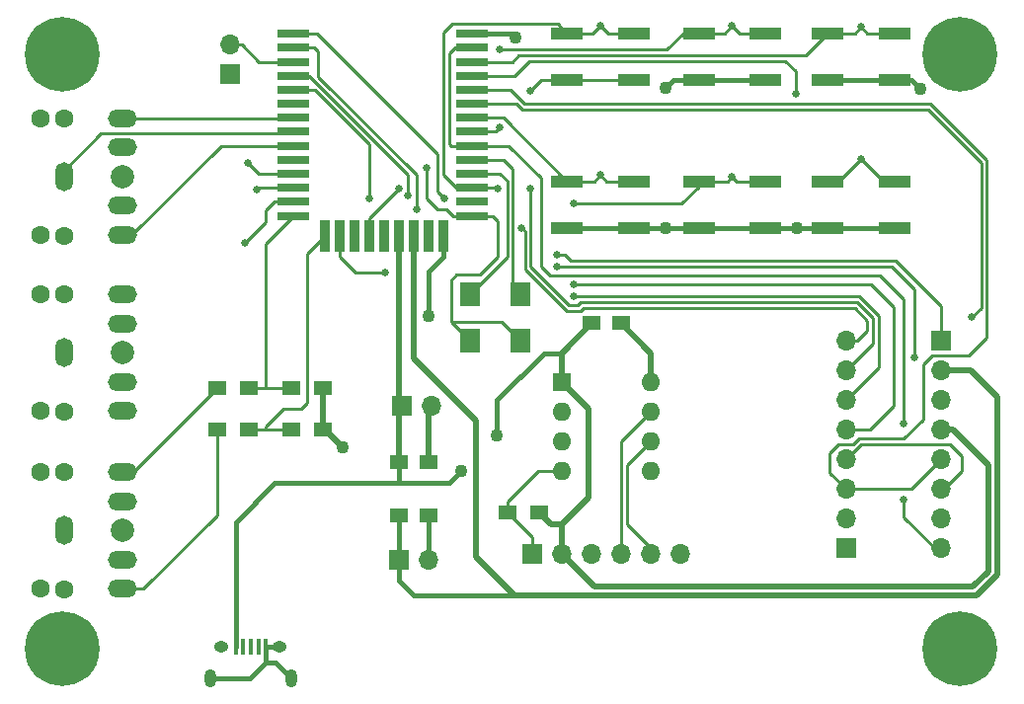
<source format=gbr>
G04 #@! TF.FileFunction,Copper,L1,Top,Signal*
%FSLAX46Y46*%
G04 Gerber Fmt 4.6, Leading zero omitted, Abs format (unit mm)*
G04 Created by KiCad (PCBNEW 4.0.6) date Wednesday, April 11, 2018 'PMt' 08:09:55 PM*
%MOMM*%
%LPD*%
G01*
G04 APERTURE LIST*
%ADD10C,0.100000*%
%ADD11R,2.750000X1.000000*%
%ADD12C,6.400000*%
%ADD13O,1.500000X2.500000*%
%ADD14O,2.500000X1.500000*%
%ADD15C,2.000000*%
%ADD16C,1.600000*%
%ADD17R,0.850000X2.700000*%
%ADD18R,2.700000X0.760000*%
%ADD19R,1.500000X1.250000*%
%ADD20R,1.700000X1.700000*%
%ADD21O,1.700000X1.700000*%
%ADD22R,0.400000X1.350000*%
%ADD23O,1.250000X0.950000*%
%ADD24O,1.000000X1.550000*%
%ADD25R,1.500000X1.300000*%
%ADD26R,1.600000X1.600000*%
%ADD27O,1.600000X1.600000*%
%ADD28R,1.700000X2.000000*%
%ADD29C,1.100000*%
%ADD30C,0.654000*%
%ADD31C,0.381000*%
%ADD32C,0.508000*%
%ADD33C,0.254000*%
G04 APERTURE END LIST*
D10*
D11*
X183307000Y-74200000D03*
X189057000Y-74200000D03*
X189057000Y-78200000D03*
X183307000Y-78200000D03*
D12*
X217000000Y-76000000D03*
D13*
X140208000Y-86487000D03*
D14*
X145208000Y-81487000D03*
X145208000Y-83987000D03*
X145208000Y-88987000D03*
X145208000Y-91487000D03*
D15*
X145208000Y-86487000D03*
D16*
X140208000Y-91567000D03*
X138208000Y-91487000D03*
X138208000Y-81487000D03*
X140208000Y-81487000D03*
D12*
X140000000Y-76000000D03*
X140000000Y-127000000D03*
D17*
X172720000Y-91590000D03*
X167640000Y-91590000D03*
X168910000Y-91590000D03*
X171450000Y-91590000D03*
X170180000Y-91590000D03*
X165100000Y-91590000D03*
X166370000Y-91590000D03*
X163830000Y-91590000D03*
X162560000Y-91590000D03*
D18*
X175170000Y-89840000D03*
X175170000Y-88640000D03*
X175170000Y-87440000D03*
X175170000Y-86240000D03*
X175170000Y-81440000D03*
X175170000Y-82640000D03*
X175170000Y-83840000D03*
X175170000Y-85040000D03*
X175170000Y-77840000D03*
X175170000Y-76640000D03*
X175170000Y-75440000D03*
X175170000Y-74240000D03*
X175170000Y-79040000D03*
X175170000Y-80240000D03*
X159870000Y-80240000D03*
X159870000Y-79040000D03*
X159870000Y-74240000D03*
X159870000Y-75440000D03*
X159870000Y-76640000D03*
X159870000Y-77840000D03*
X159870000Y-85040000D03*
X159870000Y-83840000D03*
X159870000Y-82640000D03*
X159870000Y-81440000D03*
X159870000Y-86240000D03*
X159870000Y-87440000D03*
X159870000Y-88640000D03*
X159870000Y-89840000D03*
D19*
X168930000Y-115570000D03*
X171430000Y-115570000D03*
X168930000Y-110998000D03*
X171430000Y-110998000D03*
X185440000Y-99060000D03*
X187940000Y-99060000D03*
D20*
X168910000Y-119380000D03*
D21*
X171450000Y-119380000D03*
D20*
X169164000Y-106172000D03*
D21*
X171704000Y-106172000D03*
D22*
X154910000Y-126793000D03*
X155560000Y-126793000D03*
X156210000Y-126793000D03*
X156860000Y-126793000D03*
X157510000Y-126793000D03*
D23*
X153710000Y-126793000D03*
X158710000Y-126793000D03*
D24*
X152710000Y-129493000D03*
X159710000Y-129493000D03*
D20*
X180340000Y-118872000D03*
D21*
X182880000Y-118872000D03*
X185420000Y-118872000D03*
X187960000Y-118872000D03*
X190500000Y-118872000D03*
X193040000Y-118872000D03*
D20*
X207264000Y-118364000D03*
D21*
X207264000Y-115824000D03*
X207264000Y-113284000D03*
X207264000Y-110744000D03*
X207264000Y-108204000D03*
X207264000Y-105664000D03*
X207264000Y-103124000D03*
X207264000Y-100584000D03*
D20*
X215392000Y-100584000D03*
D21*
X215392000Y-103124000D03*
X215392000Y-105664000D03*
X215392000Y-108204000D03*
X215392000Y-110744000D03*
X215392000Y-113284000D03*
X215392000Y-115824000D03*
X215392000Y-118364000D03*
D25*
X153336000Y-108204000D03*
X156036000Y-108204000D03*
X153336000Y-104648000D03*
X156036000Y-104648000D03*
X159686000Y-104648000D03*
X162386000Y-104648000D03*
X162386000Y-108204000D03*
X159686000Y-108204000D03*
D11*
X194610000Y-74200000D03*
X200360000Y-74200000D03*
X200360000Y-78200000D03*
X194610000Y-78200000D03*
X183307000Y-86900000D03*
X189057000Y-86900000D03*
X189057000Y-90900000D03*
X183307000Y-90900000D03*
X194610000Y-86900000D03*
X200360000Y-86900000D03*
X200360000Y-90900000D03*
X194610000Y-90900000D03*
X205659000Y-86900000D03*
X211409000Y-86900000D03*
X211409000Y-90900000D03*
X205659000Y-90900000D03*
X205659000Y-74200000D03*
X211409000Y-74200000D03*
X211409000Y-78200000D03*
X205659000Y-78200000D03*
D26*
X182880000Y-104140000D03*
D27*
X190500000Y-111760000D03*
X182880000Y-106680000D03*
X190500000Y-109220000D03*
X182880000Y-109220000D03*
X190500000Y-106680000D03*
X182880000Y-111760000D03*
X190500000Y-104140000D03*
D25*
X178228000Y-115316000D03*
X180928000Y-115316000D03*
D28*
X179324000Y-96552000D03*
X179324000Y-100552000D03*
X175006000Y-96552000D03*
X175006000Y-100552000D03*
D13*
X140208000Y-101600000D03*
D14*
X145208000Y-96600000D03*
X145208000Y-99100000D03*
X145208000Y-104100000D03*
X145208000Y-106600000D03*
D15*
X145208000Y-101600000D03*
D16*
X140208000Y-106680000D03*
X138208000Y-106600000D03*
X138208000Y-96600000D03*
X140208000Y-96600000D03*
D13*
X140208000Y-116840000D03*
D14*
X145208000Y-111840000D03*
X145208000Y-114340000D03*
X145208000Y-119340000D03*
X145208000Y-121840000D03*
D15*
X145208000Y-116840000D03*
D16*
X140208000Y-121920000D03*
X138208000Y-121840000D03*
X138208000Y-111840000D03*
X140208000Y-111840000D03*
D20*
X154432000Y-77724000D03*
D21*
X154432000Y-75184000D03*
D12*
X217000000Y-127000000D03*
D29*
X171450000Y-98425000D03*
X178943000Y-74549000D03*
X191770000Y-78867000D03*
X213614000Y-78994000D03*
X203073000Y-90932000D03*
X191770000Y-90932000D03*
X164084000Y-109728000D03*
X177292000Y-108712000D03*
X174244000Y-111760000D03*
D30*
X156718000Y-87630000D03*
X155956000Y-85344000D03*
X155702000Y-92202000D03*
X197485000Y-73533000D03*
X177546000Y-75565000D03*
X177546000Y-82296000D03*
X186182000Y-86360000D03*
X197485000Y-86487000D03*
X183896000Y-88773000D03*
X168910000Y-87503000D03*
X208534000Y-84963000D03*
X202946000Y-79375000D03*
X208534000Y-73660000D03*
X218059000Y-98552000D03*
X167767000Y-94742000D03*
X183896000Y-95758000D03*
X183896000Y-96774000D03*
X166370000Y-88392000D03*
X186182000Y-73533000D03*
X180213000Y-87503000D03*
X177419000Y-87503000D03*
X172847000Y-88392000D03*
X179451000Y-90932000D03*
X169672000Y-88138000D03*
X182499000Y-93218000D03*
X213106000Y-101981000D03*
X182499000Y-94234000D03*
X170434000Y-89281000D03*
X212217000Y-114173000D03*
X212217000Y-107696000D03*
X180213000Y-79121000D03*
X171323000Y-85725000D03*
D31*
X168910000Y-119380000D02*
X168910000Y-121158000D01*
X170180000Y-122428000D02*
X178816000Y-122428000D01*
X168910000Y-121158000D02*
X170180000Y-122428000D01*
X168910000Y-119380000D02*
X168910000Y-115590000D01*
X168910000Y-115590000D02*
X168930000Y-115570000D01*
D32*
X170180000Y-91590000D02*
X170180000Y-102108000D01*
X175514000Y-107442000D02*
X175514000Y-119126000D01*
X175514000Y-119126000D02*
X178816000Y-122428000D01*
X170180000Y-102108000D02*
X175514000Y-107442000D01*
X215392000Y-103124000D02*
X217932000Y-103124000D01*
X220218000Y-105410000D02*
X220218000Y-120650000D01*
X220218000Y-120650000D02*
X218440000Y-122428000D01*
X218440000Y-122428000D02*
X178816000Y-122428000D01*
X217932000Y-103124000D02*
X220218000Y-105410000D01*
D31*
X172720000Y-91590000D02*
X172720000Y-93345000D01*
X171450000Y-94615000D02*
X171450000Y-98425000D01*
X172720000Y-93345000D02*
X171450000Y-94615000D01*
X175170000Y-74240000D02*
X178634000Y-74240000D01*
X178634000Y-74240000D02*
X178943000Y-74549000D01*
X171450000Y-119380000D02*
X171450000Y-115590000D01*
X171450000Y-115590000D02*
X171430000Y-115570000D01*
X194610000Y-78200000D02*
X192437000Y-78200000D01*
X192437000Y-78200000D02*
X191770000Y-78867000D01*
X194610000Y-78200000D02*
X200360000Y-78200000D01*
X205659000Y-78200000D02*
X211409000Y-78200000D01*
X211409000Y-78200000D02*
X211441000Y-78232000D01*
X211441000Y-78232000D02*
X212852000Y-78232000D01*
X212852000Y-78232000D02*
X213614000Y-78994000D01*
X211409000Y-90900000D02*
X205659000Y-90900000D01*
X205659000Y-90900000D02*
X205627000Y-90932000D01*
X205627000Y-90932000D02*
X203073000Y-90932000D01*
X200360000Y-90900000D02*
X203041000Y-90900000D01*
X203041000Y-90900000D02*
X203073000Y-90932000D01*
X200360000Y-90900000D02*
X194610000Y-90900000D01*
X194610000Y-90900000D02*
X191802000Y-90900000D01*
X191738000Y-90900000D02*
X191770000Y-90932000D01*
X191738000Y-90900000D02*
X189057000Y-90900000D01*
X191802000Y-90900000D02*
X191770000Y-90932000D01*
X183307000Y-90900000D02*
X189057000Y-90900000D01*
X157510000Y-128113000D02*
X158330000Y-128113000D01*
X158330000Y-128113000D02*
X159710000Y-129493000D01*
X157510000Y-126793000D02*
X157510000Y-128113000D01*
X156130000Y-129493000D02*
X152710000Y-129493000D01*
X157510000Y-128113000D02*
X156130000Y-129493000D01*
X157510000Y-126793000D02*
X158710000Y-126793000D01*
D32*
X162386000Y-108204000D02*
X162560000Y-108204000D01*
X162560000Y-108204000D02*
X164084000Y-109728000D01*
X162386000Y-104648000D02*
X162386000Y-108204000D01*
X171430000Y-110998000D02*
X171430000Y-106446000D01*
X171430000Y-106446000D02*
X171704000Y-106172000D01*
X190500000Y-104140000D02*
X190500000Y-101620000D01*
X190500000Y-101620000D02*
X187940000Y-99060000D01*
D31*
X154910000Y-118999000D02*
X154910000Y-126793000D01*
X154910000Y-119046000D02*
X154910000Y-118999000D01*
X154910000Y-118999000D02*
X154910000Y-116108000D01*
X158242000Y-112776000D02*
X168880000Y-112776000D01*
X154910000Y-116108000D02*
X158242000Y-112776000D01*
X168880000Y-112776000D02*
X173228000Y-112776000D01*
X181336000Y-101620000D02*
X182880000Y-101620000D01*
X177292000Y-105664000D02*
X181336000Y-101620000D01*
X177292000Y-108712000D02*
X177292000Y-105664000D01*
X173228000Y-112776000D02*
X174244000Y-111760000D01*
X168880000Y-112776000D02*
X168880000Y-111048000D01*
D32*
X182880000Y-116332000D02*
X181944000Y-116332000D01*
X181944000Y-116332000D02*
X180928000Y-115316000D01*
X182880000Y-118872000D02*
X182880000Y-116332000D01*
X185166000Y-106426000D02*
X182880000Y-104140000D01*
X185166000Y-114046000D02*
X185166000Y-106426000D01*
X182880000Y-116332000D02*
X185166000Y-114046000D01*
X215392000Y-108204000D02*
X216407998Y-108204000D01*
X185673998Y-121665998D02*
X182880000Y-118872000D01*
X218124368Y-121665998D02*
X185673998Y-121665998D01*
X219455998Y-120334368D02*
X218124368Y-121665998D01*
X219455998Y-111252000D02*
X219455998Y-120334368D01*
X216407998Y-108204000D02*
X219455998Y-111252000D01*
X168910000Y-91590000D02*
X168910000Y-105918000D01*
X168910000Y-105918000D02*
X169164000Y-106172000D01*
X168930000Y-110998000D02*
X168930000Y-106406000D01*
X168930000Y-106406000D02*
X169164000Y-106172000D01*
X182880000Y-104140000D02*
X182880000Y-101620000D01*
X182880000Y-101620000D02*
X185440000Y-99060000D01*
D33*
X145208000Y-91487000D02*
X146003000Y-91487000D01*
X146003000Y-91487000D02*
X153650000Y-83840000D01*
X153650000Y-83840000D02*
X159870000Y-83840000D01*
X156908000Y-87440000D02*
X159870000Y-87440000D01*
X156718000Y-87630000D02*
X156908000Y-87440000D01*
X154432000Y-75184000D02*
X155448000Y-75184000D01*
X156904000Y-76640000D02*
X159870000Y-76640000D01*
X155448000Y-75184000D02*
X156904000Y-76640000D01*
X156852000Y-86240000D02*
X159870000Y-86240000D01*
X155956000Y-85344000D02*
X156852000Y-86240000D01*
X145208000Y-81487000D02*
X159823000Y-81487000D01*
X159823000Y-81487000D02*
X159870000Y-81440000D01*
X158248000Y-88640000D02*
X159870000Y-88640000D01*
X157480000Y-89408000D02*
X158248000Y-88640000D01*
X157480000Y-90424000D02*
X157480000Y-89408000D01*
X155702000Y-92202000D02*
X157480000Y-90424000D01*
X200360000Y-74200000D02*
X198152000Y-74200000D01*
X198152000Y-74200000D02*
X197485000Y-73533000D01*
X194610000Y-74200000D02*
X196818000Y-74200000D01*
X196818000Y-74200000D02*
X197485000Y-73533000D01*
X175170000Y-82640000D02*
X177202000Y-82640000D01*
X191897000Y-75565000D02*
X193262000Y-74200000D01*
X190373000Y-75565000D02*
X191897000Y-75565000D01*
X179324000Y-75565000D02*
X190373000Y-75565000D01*
X177546000Y-75565000D02*
X179324000Y-75565000D01*
X177202000Y-82640000D02*
X177546000Y-82296000D01*
X193262000Y-74200000D02*
X194610000Y-74200000D01*
X189057000Y-86900000D02*
X186722000Y-86900000D01*
X186722000Y-86900000D02*
X186182000Y-86360000D01*
X183307000Y-86900000D02*
X185642000Y-86900000D01*
X185642000Y-86900000D02*
X186182000Y-86360000D01*
X175170000Y-81440000D02*
X177847000Y-81440000D01*
X177847000Y-81440000D02*
X183307000Y-86900000D01*
X200360000Y-86900000D02*
X197898000Y-86900000D01*
X197898000Y-86900000D02*
X197485000Y-86487000D01*
X194610000Y-86900000D02*
X197072000Y-86900000D01*
X197072000Y-86900000D02*
X197485000Y-86487000D01*
X166370000Y-91590000D02*
X166370000Y-90043000D01*
X193167000Y-88773000D02*
X194610000Y-87330000D01*
X183896000Y-88773000D02*
X193167000Y-88773000D01*
X168910000Y-87503000D02*
X168910000Y-87503000D01*
X166370000Y-90043000D02*
X168910000Y-87503000D01*
X194610000Y-87330000D02*
X194610000Y-86900000D01*
X211409000Y-86900000D02*
X210471000Y-86900000D01*
X210471000Y-86900000D02*
X208534000Y-84963000D01*
X208534000Y-84963000D02*
X206597000Y-86900000D01*
X206597000Y-86900000D02*
X205659000Y-86900000D01*
X175170000Y-77840000D02*
X178827000Y-77840000D01*
X202946000Y-77470000D02*
X202946000Y-79375000D01*
X202049004Y-76573004D02*
X202946000Y-77470000D01*
X180093996Y-76573004D02*
X202049004Y-76573004D01*
X178827000Y-77840000D02*
X180093996Y-76573004D01*
X175170000Y-77840000D02*
X176414000Y-77840000D01*
X211409000Y-74200000D02*
X209074000Y-74200000D01*
X209074000Y-74200000D02*
X208534000Y-73660000D01*
X205659000Y-74200000D02*
X207994000Y-74200000D01*
X207994000Y-74200000D02*
X208534000Y-73660000D01*
X175170000Y-76640000D02*
X178626002Y-76640000D01*
X203789998Y-76069002D02*
X205659000Y-74200000D01*
X179197000Y-76069002D02*
X203789998Y-76069002D01*
X178626002Y-76640000D02*
X179197000Y-76069002D01*
X140208000Y-86487000D02*
X140208000Y-85979000D01*
X140208000Y-85979000D02*
X143383000Y-82804000D01*
X143383000Y-82804000D02*
X159706000Y-82804000D01*
X159706000Y-82804000D02*
X159870000Y-82640000D01*
X145208000Y-121840000D02*
X147019000Y-121840000D01*
X153336000Y-115523000D02*
X153336000Y-108204000D01*
X147019000Y-121840000D02*
X153336000Y-115523000D01*
X145208000Y-111840000D02*
X146144000Y-111840000D01*
X146144000Y-111840000D02*
X153336000Y-104648000D01*
X180340000Y-118872000D02*
X180340000Y-117428000D01*
X180340000Y-117428000D02*
X178228000Y-115316000D01*
X178228000Y-115316000D02*
X178228000Y-114380000D01*
X178228000Y-114380000D02*
X180848000Y-111760000D01*
X180848000Y-111760000D02*
X182880000Y-111760000D01*
X187960000Y-118872000D02*
X187960000Y-109220000D01*
X187960000Y-109220000D02*
X190500000Y-106680000D01*
X190500000Y-118872000D02*
X190500000Y-118363998D01*
X190500000Y-118363998D02*
X188468002Y-116332000D01*
X188468002Y-116332000D02*
X188468002Y-111251998D01*
X188468002Y-111251998D02*
X190500000Y-109220000D01*
X175170000Y-79040000D02*
X178481000Y-79040000D01*
X205867000Y-111887000D02*
X207264000Y-113284000D01*
X205867000Y-110236000D02*
X205867000Y-111887000D01*
X206629000Y-109474000D02*
X205867000Y-110236000D01*
X207821234Y-109474000D02*
X206629000Y-109474000D01*
X208325236Y-108969998D02*
X207821234Y-109474000D01*
X212217000Y-108969998D02*
X208325236Y-108969998D01*
X213868000Y-107318998D02*
X212217000Y-108969998D01*
X213868000Y-102616000D02*
X213868000Y-107318998D01*
X214630000Y-101854000D02*
X213868000Y-102616000D01*
X217805000Y-101854000D02*
X214630000Y-101854000D01*
X219329000Y-100330000D02*
X217805000Y-101854000D01*
X219329000Y-85090000D02*
X219329000Y-100330000D01*
X214503000Y-80264000D02*
X219329000Y-85090000D01*
X179705000Y-80264000D02*
X214503000Y-80264000D01*
X178481000Y-79040000D02*
X179705000Y-80264000D01*
X207264000Y-113284000D02*
X212852000Y-113284000D01*
X212852000Y-113284000D02*
X215392000Y-110744000D01*
X175170000Y-80240000D02*
X178968234Y-80240000D01*
X218824998Y-97786002D02*
X218059000Y-98552000D01*
X218824998Y-85298764D02*
X218824998Y-97786002D01*
X214294236Y-80768002D02*
X218824998Y-85298764D01*
X179496236Y-80768002D02*
X214294236Y-80768002D01*
X178968234Y-80240000D02*
X179496236Y-80768002D01*
X208534000Y-109474000D02*
X207264000Y-110744000D01*
X215392000Y-113284000D02*
X215646000Y-113284000D01*
X215646000Y-113284000D02*
X217170000Y-111760000D01*
X217170000Y-111760000D02*
X217170000Y-110490000D01*
X217170000Y-110490000D02*
X216154000Y-109474000D01*
X216154000Y-109474000D02*
X208534000Y-109474000D01*
X163830000Y-91590000D02*
X163830000Y-93345000D01*
X163830000Y-93345000D02*
X165227000Y-94742000D01*
X165227000Y-94742000D02*
X167767000Y-94742000D01*
X183896000Y-95758000D02*
X196977000Y-95758000D01*
X196977000Y-95758000D02*
X209423000Y-95758000D01*
X209423000Y-95758000D02*
X211328000Y-97663000D01*
X211328000Y-97663000D02*
X211328000Y-106172000D01*
X211328000Y-106172000D02*
X209296000Y-108204000D01*
X209296000Y-108204000D02*
X207264000Y-108204000D01*
X159870000Y-79040000D02*
X161717000Y-79040000D01*
X210058000Y-102870000D02*
X207264000Y-105664000D01*
X210058000Y-98425000D02*
X210058000Y-102870000D01*
X208407000Y-96774000D02*
X210058000Y-98425000D01*
X183896000Y-96774000D02*
X208407000Y-96774000D01*
X166370000Y-83693000D02*
X166370000Y-88392000D01*
X161717000Y-79040000D02*
X166370000Y-83693000D01*
X189057000Y-74200000D02*
X186849000Y-74200000D01*
X186849000Y-74200000D02*
X186182000Y-73533000D01*
X183307000Y-74200000D02*
X185515000Y-74200000D01*
X185515000Y-74200000D02*
X186182000Y-73533000D01*
X175170000Y-87440000D02*
X177356000Y-87440000D01*
X209553998Y-100834002D02*
X207264000Y-103124000D01*
X209553998Y-98633764D02*
X209553998Y-100834002D01*
X208198236Y-97278002D02*
X209553998Y-98633764D01*
X184531000Y-97278002D02*
X208198236Y-97278002D01*
X184273002Y-97536000D02*
X184531000Y-97278002D01*
X183515000Y-97536000D02*
X184273002Y-97536000D01*
X180213000Y-94234000D02*
X183515000Y-97536000D01*
X180213000Y-93980000D02*
X180213000Y-94234000D01*
X180213000Y-93599000D02*
X180213000Y-93980000D01*
X180213000Y-90297000D02*
X180213000Y-93599000D01*
X180213000Y-87503000D02*
X180213000Y-90297000D01*
X177356000Y-87440000D02*
X177419000Y-87503000D01*
X175170000Y-87440000D02*
X173800000Y-87440000D01*
X182513000Y-73406000D02*
X183307000Y-74200000D01*
X173482000Y-73406000D02*
X182513000Y-73406000D01*
X172723998Y-74164002D02*
X173482000Y-73406000D01*
X172723998Y-86363998D02*
X172723998Y-74164002D01*
X173800000Y-87440000D02*
X172723998Y-86363998D01*
X162877500Y-75247500D02*
X162885496Y-75247500D01*
X172219996Y-87764996D02*
X172847000Y-88392000D01*
X172219996Y-84582000D02*
X172219996Y-87764996D01*
X162885496Y-75247500D02*
X172219996Y-84582000D01*
X207264000Y-100584000D02*
X208160996Y-100584000D01*
X179708998Y-91189998D02*
X179451000Y-90932000D01*
X179708998Y-94442764D02*
X179708998Y-91189998D01*
X183306236Y-98040002D02*
X179708998Y-94442764D01*
X184481766Y-98040002D02*
X183306236Y-98040002D01*
X184739764Y-97782004D02*
X184481766Y-98040002D01*
X207989472Y-97782004D02*
X184739764Y-97782004D01*
X209049996Y-98842528D02*
X207989472Y-97782004D01*
X209049996Y-99695000D02*
X209049996Y-98842528D01*
X208160996Y-100584000D02*
X209049996Y-99695000D01*
X162941000Y-75311000D02*
X162877500Y-75247500D01*
X162877500Y-75247500D02*
X161870000Y-74240000D01*
X161870000Y-74240000D02*
X159870000Y-74240000D01*
X159870000Y-74240000D02*
X161166024Y-74240000D01*
X161229766Y-77840000D02*
X169672000Y-86282234D01*
X169672000Y-86282234D02*
X169672000Y-88138000D01*
X182499000Y-93218000D02*
X183134000Y-93218000D01*
X183134000Y-93218000D02*
X183645998Y-93729998D01*
X183645998Y-93729998D02*
X211536764Y-93729998D01*
X211536764Y-93729998D02*
X215392000Y-97585234D01*
X215392000Y-100584000D02*
X215392000Y-97585234D01*
X161229766Y-77840000D02*
X159870000Y-77840000D01*
X159870000Y-77840000D02*
X161057624Y-77840000D01*
X159870000Y-75440000D02*
X161673000Y-75440000D01*
X213106000Y-96139000D02*
X213106000Y-101981000D01*
X211201000Y-94234000D02*
X213106000Y-96139000D01*
X210439000Y-94234000D02*
X211201000Y-94234000D01*
X185801000Y-94234000D02*
X210439000Y-94234000D01*
X182499000Y-94234000D02*
X185801000Y-94234000D01*
X170434000Y-86331468D02*
X170434000Y-89281000D01*
X162002766Y-77900234D02*
X170434000Y-86331468D01*
X162002766Y-75769766D02*
X162002766Y-77900234D01*
X161673000Y-75440000D02*
X162002766Y-75769766D01*
X215392000Y-105664000D02*
X215392000Y-105663998D01*
X175170000Y-83840000D02*
X178328000Y-83840000D01*
X212217000Y-115697000D02*
X214884000Y-118364000D01*
X212217000Y-114173000D02*
X212217000Y-115697000D01*
X212217000Y-97028000D02*
X212217000Y-107696000D01*
X210185000Y-94996000D02*
X212217000Y-97028000D01*
X181864000Y-94996000D02*
X210185000Y-94996000D01*
X181102000Y-94234000D02*
X181864000Y-94996000D01*
X181102000Y-86614000D02*
X181102000Y-94234000D01*
X178328000Y-83840000D02*
X181102000Y-86614000D01*
X175170000Y-83840000D02*
X173375000Y-83840000D01*
X173734000Y-75440000D02*
X175170000Y-75440000D01*
X173228000Y-75946000D02*
X173734000Y-75440000D01*
X173228000Y-83693000D02*
X173228000Y-75946000D01*
X173375000Y-83840000D02*
X173228000Y-83693000D01*
X157480000Y-108204000D02*
X157480000Y-107950000D01*
X161036000Y-93114000D02*
X162560000Y-91590000D01*
X161036000Y-105918000D02*
X161036000Y-93114000D01*
X160528000Y-106426000D02*
X161036000Y-105918000D01*
X159004000Y-106426000D02*
X160528000Y-106426000D01*
X157480000Y-107950000D02*
X159004000Y-106426000D01*
X156036000Y-108204000D02*
X157480000Y-108204000D01*
X157480000Y-108204000D02*
X159686000Y-108204000D01*
X157480000Y-104648000D02*
X157480000Y-92230000D01*
X157480000Y-92230000D02*
X159870000Y-89840000D01*
X156036000Y-104648000D02*
X157480000Y-104648000D01*
X157480000Y-104648000D02*
X159686000Y-104648000D01*
X183307000Y-78200000D02*
X189057000Y-78200000D01*
X175170000Y-89840000D02*
X173533000Y-89840000D01*
X181134000Y-78200000D02*
X183307000Y-78200000D01*
X180213000Y-79121000D02*
X181134000Y-78200000D01*
X171323000Y-88392000D02*
X171323000Y-85725000D01*
X172212000Y-89281000D02*
X171323000Y-88392000D01*
X172974000Y-89281000D02*
X172212000Y-89281000D01*
X173533000Y-89840000D02*
X172974000Y-89281000D01*
X175170000Y-89840000D02*
X176962000Y-89840000D01*
X173371000Y-95361000D02*
X173371000Y-98917000D01*
X173863000Y-94869000D02*
X173371000Y-95361000D01*
X175895000Y-94869000D02*
X173863000Y-94869000D01*
X177419000Y-93345000D02*
X175895000Y-94869000D01*
X177419000Y-90297000D02*
X177419000Y-93345000D01*
X176962000Y-89840000D02*
X177419000Y-90297000D01*
X173371000Y-98917000D02*
X177689000Y-98917000D01*
X177689000Y-98917000D02*
X179324000Y-100552000D01*
X173371000Y-98917000D02*
X175006000Y-100552000D01*
X175170000Y-86240000D02*
X177556998Y-86240000D01*
X178184998Y-93373002D02*
X175006000Y-96552000D01*
X178184998Y-86868000D02*
X178184998Y-93373002D01*
X177556998Y-86240000D02*
X178184998Y-86868000D01*
X175170000Y-85040000D02*
X177877000Y-85040000D01*
X178689000Y-85852000D02*
X178689000Y-95917000D01*
X177877000Y-85040000D02*
X178689000Y-85852000D01*
X178689000Y-95917000D02*
X179324000Y-96552000D01*
M02*

</source>
